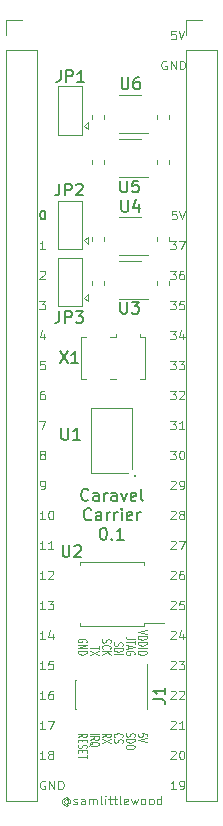
<source format=gbr>
%TF.GenerationSoftware,KiCad,Pcbnew,(5.1.7-0-10_14)*%
%TF.CreationDate,2020-11-23T16:09:30+00:00*%
%TF.ProjectId,carrier,63617272-6965-4722-9e6b-696361645f70,0.1*%
%TF.SameCoordinates,Original*%
%TF.FileFunction,Legend,Top*%
%TF.FilePolarity,Positive*%
%FSLAX46Y46*%
G04 Gerber Fmt 4.6, Leading zero omitted, Abs format (unit mm)*
G04 Created by KiCad (PCBNEW (5.1.7-0-10_14)) date 2020-11-23 16:09:30*
%MOMM*%
%LPD*%
G01*
G04 APERTURE LIST*
%ADD10C,0.100000*%
%ADD11C,0.150000*%
%ADD12C,0.120000*%
G04 APERTURE END LIST*
D10*
X73360714Y-47875000D02*
X73289285Y-47839285D01*
X73182142Y-47839285D01*
X73075000Y-47875000D01*
X73003571Y-47946428D01*
X72967857Y-48017857D01*
X72932142Y-48160714D01*
X72932142Y-48267857D01*
X72967857Y-48410714D01*
X73003571Y-48482142D01*
X73075000Y-48553571D01*
X73182142Y-48589285D01*
X73253571Y-48589285D01*
X73360714Y-48553571D01*
X73396428Y-48517857D01*
X73396428Y-48267857D01*
X73253571Y-48267857D01*
X73717857Y-48589285D02*
X73717857Y-47839285D01*
X74146428Y-48589285D01*
X74146428Y-47839285D01*
X74503571Y-48589285D02*
X74503571Y-47839285D01*
X74682142Y-47839285D01*
X74789285Y-47875000D01*
X74860714Y-47946428D01*
X74896428Y-48017857D01*
X74932142Y-48160714D01*
X74932142Y-48267857D01*
X74896428Y-48410714D01*
X74860714Y-48482142D01*
X74789285Y-48553571D01*
X74682142Y-48589285D01*
X74503571Y-48589285D01*
X74133571Y-45299285D02*
X73776428Y-45299285D01*
X73740714Y-45656428D01*
X73776428Y-45620714D01*
X73847857Y-45585000D01*
X74026428Y-45585000D01*
X74097857Y-45620714D01*
X74133571Y-45656428D01*
X74169285Y-45727857D01*
X74169285Y-45906428D01*
X74133571Y-45977857D01*
X74097857Y-46013571D01*
X74026428Y-46049285D01*
X73847857Y-46049285D01*
X73776428Y-46013571D01*
X73740714Y-45977857D01*
X74383571Y-45299285D02*
X74633571Y-46049285D01*
X74883571Y-45299285D01*
X65850714Y-105107761D02*
X66207857Y-104941095D01*
X65850714Y-104822047D02*
X66600714Y-104822047D01*
X66600714Y-105012523D01*
X66565000Y-105060142D01*
X66529285Y-105083952D01*
X66457857Y-105107761D01*
X66350714Y-105107761D01*
X66279285Y-105083952D01*
X66243571Y-105060142D01*
X66207857Y-105012523D01*
X66207857Y-104822047D01*
X66243571Y-105322047D02*
X66243571Y-105488714D01*
X65850714Y-105560142D02*
X65850714Y-105322047D01*
X66600714Y-105322047D01*
X66600714Y-105560142D01*
X65886428Y-105750619D02*
X65850714Y-105822047D01*
X65850714Y-105941095D01*
X65886428Y-105988714D01*
X65922142Y-106012523D01*
X65993571Y-106036333D01*
X66065000Y-106036333D01*
X66136428Y-106012523D01*
X66172142Y-105988714D01*
X66207857Y-105941095D01*
X66243571Y-105845857D01*
X66279285Y-105798238D01*
X66315000Y-105774428D01*
X66386428Y-105750619D01*
X66457857Y-105750619D01*
X66529285Y-105774428D01*
X66565000Y-105798238D01*
X66600714Y-105845857D01*
X66600714Y-105964904D01*
X66565000Y-106036333D01*
X66243571Y-106250619D02*
X66243571Y-106417285D01*
X65850714Y-106488714D02*
X65850714Y-106250619D01*
X66600714Y-106250619D01*
X66600714Y-106488714D01*
X66600714Y-106631571D02*
X66600714Y-106917285D01*
X65850714Y-106774428D02*
X66600714Y-106774428D01*
X66866714Y-104822047D02*
X67616714Y-104822047D01*
X66866714Y-105345857D02*
X67223857Y-105179190D01*
X66866714Y-105060142D02*
X67616714Y-105060142D01*
X67616714Y-105250619D01*
X67581000Y-105298238D01*
X67545285Y-105322047D01*
X67473857Y-105345857D01*
X67366714Y-105345857D01*
X67295285Y-105322047D01*
X67259571Y-105298238D01*
X67223857Y-105250619D01*
X67223857Y-105060142D01*
X66795285Y-105893476D02*
X66831000Y-105845857D01*
X66902428Y-105798238D01*
X67009571Y-105726809D01*
X67045285Y-105679190D01*
X67045285Y-105631571D01*
X66866714Y-105655380D02*
X66902428Y-105607761D01*
X66973857Y-105560142D01*
X67116714Y-105536333D01*
X67366714Y-105536333D01*
X67509571Y-105560142D01*
X67581000Y-105607761D01*
X67616714Y-105655380D01*
X67616714Y-105750619D01*
X67581000Y-105798238D01*
X67509571Y-105845857D01*
X67366714Y-105869666D01*
X67116714Y-105869666D01*
X66973857Y-105845857D01*
X66902428Y-105798238D01*
X66866714Y-105750619D01*
X66866714Y-105655380D01*
X67882714Y-105107761D02*
X68239857Y-104941095D01*
X67882714Y-104822047D02*
X68632714Y-104822047D01*
X68632714Y-105012523D01*
X68597000Y-105060142D01*
X68561285Y-105083952D01*
X68489857Y-105107761D01*
X68382714Y-105107761D01*
X68311285Y-105083952D01*
X68275571Y-105060142D01*
X68239857Y-105012523D01*
X68239857Y-104822047D01*
X68632714Y-105274428D02*
X67882714Y-105607761D01*
X68632714Y-105607761D02*
X67882714Y-105274428D01*
X68970142Y-105107761D02*
X68934428Y-105083952D01*
X68898714Y-105012523D01*
X68898714Y-104964904D01*
X68934428Y-104893476D01*
X69005857Y-104845857D01*
X69077285Y-104822047D01*
X69220142Y-104798238D01*
X69327285Y-104798238D01*
X69470142Y-104822047D01*
X69541571Y-104845857D01*
X69613000Y-104893476D01*
X69648714Y-104964904D01*
X69648714Y-105012523D01*
X69613000Y-105083952D01*
X69577285Y-105107761D01*
X68934428Y-105298238D02*
X68898714Y-105369666D01*
X68898714Y-105488714D01*
X68934428Y-105536333D01*
X68970142Y-105560142D01*
X69041571Y-105583952D01*
X69113000Y-105583952D01*
X69184428Y-105560142D01*
X69220142Y-105536333D01*
X69255857Y-105488714D01*
X69291571Y-105393476D01*
X69327285Y-105345857D01*
X69363000Y-105322047D01*
X69434428Y-105298238D01*
X69505857Y-105298238D01*
X69577285Y-105322047D01*
X69613000Y-105345857D01*
X69648714Y-105393476D01*
X69648714Y-105512523D01*
X69613000Y-105583952D01*
X69950428Y-104798238D02*
X69914714Y-104869666D01*
X69914714Y-104988714D01*
X69950428Y-105036333D01*
X69986142Y-105060142D01*
X70057571Y-105083952D01*
X70129000Y-105083952D01*
X70200428Y-105060142D01*
X70236142Y-105036333D01*
X70271857Y-104988714D01*
X70307571Y-104893476D01*
X70343285Y-104845857D01*
X70379000Y-104822047D01*
X70450428Y-104798238D01*
X70521857Y-104798238D01*
X70593285Y-104822047D01*
X70629000Y-104845857D01*
X70664714Y-104893476D01*
X70664714Y-105012523D01*
X70629000Y-105083952D01*
X69914714Y-105298238D02*
X70664714Y-105298238D01*
X70664714Y-105417285D01*
X70629000Y-105488714D01*
X70557571Y-105536333D01*
X70486142Y-105560142D01*
X70343285Y-105583952D01*
X70236142Y-105583952D01*
X70093285Y-105560142D01*
X70021857Y-105536333D01*
X69950428Y-105488714D01*
X69914714Y-105417285D01*
X69914714Y-105298238D01*
X70664714Y-105893476D02*
X70664714Y-105988714D01*
X70629000Y-106036333D01*
X70557571Y-106083952D01*
X70414714Y-106107761D01*
X70164714Y-106107761D01*
X70021857Y-106083952D01*
X69950428Y-106036333D01*
X69914714Y-105988714D01*
X69914714Y-105893476D01*
X69950428Y-105845857D01*
X70021857Y-105798238D01*
X70164714Y-105774428D01*
X70414714Y-105774428D01*
X70557571Y-105798238D01*
X70629000Y-105845857D01*
X70664714Y-105893476D01*
X71680714Y-105060142D02*
X71680714Y-104822047D01*
X71323571Y-104798238D01*
X71359285Y-104822047D01*
X71395000Y-104869666D01*
X71395000Y-104988714D01*
X71359285Y-105036333D01*
X71323571Y-105060142D01*
X71252142Y-105083952D01*
X71073571Y-105083952D01*
X71002142Y-105060142D01*
X70966428Y-105036333D01*
X70930714Y-104988714D01*
X70930714Y-104869666D01*
X70966428Y-104822047D01*
X71002142Y-104798238D01*
X71680714Y-105226809D02*
X70930714Y-105393476D01*
X71680714Y-105560142D01*
X67918428Y-96842047D02*
X67882714Y-96913476D01*
X67882714Y-97032523D01*
X67918428Y-97080142D01*
X67954142Y-97103952D01*
X68025571Y-97127761D01*
X68097000Y-97127761D01*
X68168428Y-97103952D01*
X68204142Y-97080142D01*
X68239857Y-97032523D01*
X68275571Y-96937285D01*
X68311285Y-96889666D01*
X68347000Y-96865857D01*
X68418428Y-96842047D01*
X68489857Y-96842047D01*
X68561285Y-96865857D01*
X68597000Y-96889666D01*
X68632714Y-96937285D01*
X68632714Y-97056333D01*
X68597000Y-97127761D01*
X67954142Y-97627761D02*
X67918428Y-97603952D01*
X67882714Y-97532523D01*
X67882714Y-97484904D01*
X67918428Y-97413476D01*
X67989857Y-97365857D01*
X68061285Y-97342047D01*
X68204142Y-97318238D01*
X68311285Y-97318238D01*
X68454142Y-97342047D01*
X68525571Y-97365857D01*
X68597000Y-97413476D01*
X68632714Y-97484904D01*
X68632714Y-97532523D01*
X68597000Y-97603952D01*
X68561285Y-97627761D01*
X67882714Y-97842047D02*
X68632714Y-97842047D01*
X67882714Y-98127761D02*
X68311285Y-97913476D01*
X68632714Y-98127761D02*
X68204142Y-97842047D01*
X67616714Y-97413476D02*
X67616714Y-97699190D01*
X66866714Y-97556333D02*
X67616714Y-97556333D01*
X67616714Y-97818238D02*
X66866714Y-98151571D01*
X67616714Y-98151571D02*
X66866714Y-97818238D01*
X71680714Y-96080142D02*
X70930714Y-96246809D01*
X71680714Y-96413476D01*
X70930714Y-96580142D02*
X71680714Y-96580142D01*
X71680714Y-96699190D01*
X71645000Y-96770619D01*
X71573571Y-96818238D01*
X71502142Y-96842047D01*
X71359285Y-96865857D01*
X71252142Y-96865857D01*
X71109285Y-96842047D01*
X71037857Y-96818238D01*
X70966428Y-96770619D01*
X70930714Y-96699190D01*
X70930714Y-96580142D01*
X70930714Y-97080142D02*
X71680714Y-97080142D01*
X71680714Y-97199190D01*
X71645000Y-97270619D01*
X71573571Y-97318238D01*
X71502142Y-97342047D01*
X71359285Y-97365857D01*
X71252142Y-97365857D01*
X71109285Y-97342047D01*
X71037857Y-97318238D01*
X70966428Y-97270619D01*
X70930714Y-97199190D01*
X70930714Y-97080142D01*
X70930714Y-97580142D02*
X71680714Y-97580142D01*
X71680714Y-97913476D02*
X71680714Y-98008714D01*
X71645000Y-98056333D01*
X71573571Y-98103952D01*
X71430714Y-98127761D01*
X71180714Y-98127761D01*
X71037857Y-98103952D01*
X70966428Y-98056333D01*
X70930714Y-98008714D01*
X70930714Y-97913476D01*
X70966428Y-97865857D01*
X71037857Y-97818238D01*
X71180714Y-97794428D01*
X71430714Y-97794428D01*
X71573571Y-97818238D01*
X71645000Y-97865857D01*
X71680714Y-97913476D01*
X70664714Y-96794428D02*
X70129000Y-96794428D01*
X70021857Y-96770619D01*
X69950428Y-96723000D01*
X69914714Y-96651571D01*
X69914714Y-96603952D01*
X70664714Y-96961095D02*
X70664714Y-97246809D01*
X69914714Y-97103952D02*
X70664714Y-97103952D01*
X70129000Y-97389666D02*
X70129000Y-97627761D01*
X69914714Y-97342047D02*
X70664714Y-97508714D01*
X69914714Y-97675380D01*
X70629000Y-98103952D02*
X70664714Y-98056333D01*
X70664714Y-97984904D01*
X70629000Y-97913476D01*
X70557571Y-97865857D01*
X70486142Y-97842047D01*
X70343285Y-97818238D01*
X70236142Y-97818238D01*
X70093285Y-97842047D01*
X70021857Y-97865857D01*
X69950428Y-97913476D01*
X69914714Y-97984904D01*
X69914714Y-98032523D01*
X69950428Y-98103952D01*
X69986142Y-98127761D01*
X70236142Y-98127761D01*
X70236142Y-98032523D01*
X68934428Y-97103952D02*
X68898714Y-97175380D01*
X68898714Y-97294428D01*
X68934428Y-97342047D01*
X68970142Y-97365857D01*
X69041571Y-97389666D01*
X69113000Y-97389666D01*
X69184428Y-97365857D01*
X69220142Y-97342047D01*
X69255857Y-97294428D01*
X69291571Y-97199190D01*
X69327285Y-97151571D01*
X69363000Y-97127761D01*
X69434428Y-97103952D01*
X69505857Y-97103952D01*
X69577285Y-97127761D01*
X69613000Y-97151571D01*
X69648714Y-97199190D01*
X69648714Y-97318238D01*
X69613000Y-97389666D01*
X68898714Y-97603952D02*
X69648714Y-97603952D01*
X69648714Y-97723000D01*
X69613000Y-97794428D01*
X69541571Y-97842047D01*
X69470142Y-97865857D01*
X69327285Y-97889666D01*
X69220142Y-97889666D01*
X69077285Y-97865857D01*
X69005857Y-97842047D01*
X68934428Y-97794428D01*
X68898714Y-97723000D01*
X68898714Y-97603952D01*
X68898714Y-98103952D02*
X69648714Y-98103952D01*
X66565000Y-97080142D02*
X66600714Y-97032523D01*
X66600714Y-96961095D01*
X66565000Y-96889666D01*
X66493571Y-96842047D01*
X66422142Y-96818238D01*
X66279285Y-96794428D01*
X66172142Y-96794428D01*
X66029285Y-96818238D01*
X65957857Y-96842047D01*
X65886428Y-96889666D01*
X65850714Y-96961095D01*
X65850714Y-97008714D01*
X65886428Y-97080142D01*
X65922142Y-97103952D01*
X66172142Y-97103952D01*
X66172142Y-97008714D01*
X65850714Y-97318238D02*
X66600714Y-97318238D01*
X65850714Y-97603952D01*
X66600714Y-97603952D01*
X65850714Y-97842047D02*
X66600714Y-97842047D01*
X66600714Y-97961095D01*
X66565000Y-98032523D01*
X66493571Y-98080142D01*
X66422142Y-98103952D01*
X66279285Y-98127761D01*
X66172142Y-98127761D01*
X66029285Y-98103952D01*
X65957857Y-98080142D01*
X65886428Y-98032523D01*
X65850714Y-97961095D01*
X65850714Y-97842047D01*
X65015714Y-110462142D02*
X64980000Y-110426428D01*
X64908571Y-110390714D01*
X64837142Y-110390714D01*
X64765714Y-110426428D01*
X64730000Y-110462142D01*
X64694285Y-110533571D01*
X64694285Y-110605000D01*
X64730000Y-110676428D01*
X64765714Y-110712142D01*
X64837142Y-110747857D01*
X64908571Y-110747857D01*
X64980000Y-110712142D01*
X65015714Y-110676428D01*
X65015714Y-110390714D02*
X65015714Y-110676428D01*
X65051428Y-110712142D01*
X65087142Y-110712142D01*
X65158571Y-110676428D01*
X65194285Y-110605000D01*
X65194285Y-110426428D01*
X65122857Y-110319285D01*
X65015714Y-110247857D01*
X64872857Y-110212142D01*
X64730000Y-110247857D01*
X64622857Y-110319285D01*
X64551428Y-110426428D01*
X64515714Y-110569285D01*
X64551428Y-110712142D01*
X64622857Y-110819285D01*
X64730000Y-110890714D01*
X64872857Y-110926428D01*
X65015714Y-110890714D01*
X65122857Y-110819285D01*
X65480000Y-110783571D02*
X65551428Y-110819285D01*
X65694285Y-110819285D01*
X65765714Y-110783571D01*
X65801428Y-110712142D01*
X65801428Y-110676428D01*
X65765714Y-110605000D01*
X65694285Y-110569285D01*
X65587142Y-110569285D01*
X65515714Y-110533571D01*
X65480000Y-110462142D01*
X65480000Y-110426428D01*
X65515714Y-110355000D01*
X65587142Y-110319285D01*
X65694285Y-110319285D01*
X65765714Y-110355000D01*
X66444285Y-110819285D02*
X66444285Y-110426428D01*
X66408571Y-110355000D01*
X66337142Y-110319285D01*
X66194285Y-110319285D01*
X66122857Y-110355000D01*
X66444285Y-110783571D02*
X66372857Y-110819285D01*
X66194285Y-110819285D01*
X66122857Y-110783571D01*
X66087142Y-110712142D01*
X66087142Y-110640714D01*
X66122857Y-110569285D01*
X66194285Y-110533571D01*
X66372857Y-110533571D01*
X66444285Y-110497857D01*
X66801428Y-110819285D02*
X66801428Y-110319285D01*
X66801428Y-110390714D02*
X66837142Y-110355000D01*
X66908571Y-110319285D01*
X67015714Y-110319285D01*
X67087142Y-110355000D01*
X67122857Y-110426428D01*
X67122857Y-110819285D01*
X67122857Y-110426428D02*
X67158571Y-110355000D01*
X67230000Y-110319285D01*
X67337142Y-110319285D01*
X67408571Y-110355000D01*
X67444285Y-110426428D01*
X67444285Y-110819285D01*
X67908571Y-110819285D02*
X67837142Y-110783571D01*
X67801428Y-110712142D01*
X67801428Y-110069285D01*
X68194285Y-110819285D02*
X68194285Y-110319285D01*
X68194285Y-110069285D02*
X68158571Y-110105000D01*
X68194285Y-110140714D01*
X68230000Y-110105000D01*
X68194285Y-110069285D01*
X68194285Y-110140714D01*
X68444285Y-110319285D02*
X68730000Y-110319285D01*
X68551428Y-110069285D02*
X68551428Y-110712142D01*
X68587142Y-110783571D01*
X68658571Y-110819285D01*
X68730000Y-110819285D01*
X68872857Y-110319285D02*
X69158571Y-110319285D01*
X68980000Y-110069285D02*
X68980000Y-110712142D01*
X69015714Y-110783571D01*
X69087142Y-110819285D01*
X69158571Y-110819285D01*
X69515714Y-110819285D02*
X69444285Y-110783571D01*
X69408571Y-110712142D01*
X69408571Y-110069285D01*
X70087142Y-110783571D02*
X70015714Y-110819285D01*
X69872857Y-110819285D01*
X69801428Y-110783571D01*
X69765714Y-110712142D01*
X69765714Y-110426428D01*
X69801428Y-110355000D01*
X69872857Y-110319285D01*
X70015714Y-110319285D01*
X70087142Y-110355000D01*
X70122857Y-110426428D01*
X70122857Y-110497857D01*
X69765714Y-110569285D01*
X70372857Y-110319285D02*
X70515714Y-110819285D01*
X70658571Y-110462142D01*
X70801428Y-110819285D01*
X70944285Y-110319285D01*
X71337142Y-110819285D02*
X71265714Y-110783571D01*
X71230000Y-110747857D01*
X71194285Y-110676428D01*
X71194285Y-110462142D01*
X71230000Y-110390714D01*
X71265714Y-110355000D01*
X71337142Y-110319285D01*
X71444285Y-110319285D01*
X71515714Y-110355000D01*
X71551428Y-110390714D01*
X71587142Y-110462142D01*
X71587142Y-110676428D01*
X71551428Y-110747857D01*
X71515714Y-110783571D01*
X71444285Y-110819285D01*
X71337142Y-110819285D01*
X72015714Y-110819285D02*
X71944285Y-110783571D01*
X71908571Y-110747857D01*
X71872857Y-110676428D01*
X71872857Y-110462142D01*
X71908571Y-110390714D01*
X71944285Y-110355000D01*
X72015714Y-110319285D01*
X72122857Y-110319285D01*
X72194285Y-110355000D01*
X72230000Y-110390714D01*
X72265714Y-110462142D01*
X72265714Y-110676428D01*
X72230000Y-110747857D01*
X72194285Y-110783571D01*
X72122857Y-110819285D01*
X72015714Y-110819285D01*
X72908571Y-110819285D02*
X72908571Y-110069285D01*
X72908571Y-110783571D02*
X72837142Y-110819285D01*
X72694285Y-110819285D01*
X72622857Y-110783571D01*
X72587142Y-110747857D01*
X72551428Y-110676428D01*
X72551428Y-110462142D01*
X72587142Y-110390714D01*
X72622857Y-110355000D01*
X72694285Y-110319285D01*
X72837142Y-110319285D01*
X72908571Y-110355000D01*
D11*
X66753809Y-85007142D02*
X66706190Y-85054761D01*
X66563333Y-85102380D01*
X66468095Y-85102380D01*
X66325238Y-85054761D01*
X66230000Y-84959523D01*
X66182380Y-84864285D01*
X66134761Y-84673809D01*
X66134761Y-84530952D01*
X66182380Y-84340476D01*
X66230000Y-84245238D01*
X66325238Y-84150000D01*
X66468095Y-84102380D01*
X66563333Y-84102380D01*
X66706190Y-84150000D01*
X66753809Y-84197619D01*
X67610952Y-85102380D02*
X67610952Y-84578571D01*
X67563333Y-84483333D01*
X67468095Y-84435714D01*
X67277619Y-84435714D01*
X67182380Y-84483333D01*
X67610952Y-85054761D02*
X67515714Y-85102380D01*
X67277619Y-85102380D01*
X67182380Y-85054761D01*
X67134761Y-84959523D01*
X67134761Y-84864285D01*
X67182380Y-84769047D01*
X67277619Y-84721428D01*
X67515714Y-84721428D01*
X67610952Y-84673809D01*
X68087142Y-85102380D02*
X68087142Y-84435714D01*
X68087142Y-84626190D02*
X68134761Y-84530952D01*
X68182380Y-84483333D01*
X68277619Y-84435714D01*
X68372857Y-84435714D01*
X69134761Y-85102380D02*
X69134761Y-84578571D01*
X69087142Y-84483333D01*
X68991904Y-84435714D01*
X68801428Y-84435714D01*
X68706190Y-84483333D01*
X69134761Y-85054761D02*
X69039523Y-85102380D01*
X68801428Y-85102380D01*
X68706190Y-85054761D01*
X68658571Y-84959523D01*
X68658571Y-84864285D01*
X68706190Y-84769047D01*
X68801428Y-84721428D01*
X69039523Y-84721428D01*
X69134761Y-84673809D01*
X69515714Y-84435714D02*
X69753809Y-85102380D01*
X69991904Y-84435714D01*
X70753809Y-85054761D02*
X70658571Y-85102380D01*
X70468095Y-85102380D01*
X70372857Y-85054761D01*
X70325238Y-84959523D01*
X70325238Y-84578571D01*
X70372857Y-84483333D01*
X70468095Y-84435714D01*
X70658571Y-84435714D01*
X70753809Y-84483333D01*
X70801428Y-84578571D01*
X70801428Y-84673809D01*
X70325238Y-84769047D01*
X71372857Y-85102380D02*
X71277619Y-85054761D01*
X71230000Y-84959523D01*
X71230000Y-84102380D01*
X66991904Y-86657142D02*
X66944285Y-86704761D01*
X66801428Y-86752380D01*
X66706190Y-86752380D01*
X66563333Y-86704761D01*
X66468095Y-86609523D01*
X66420476Y-86514285D01*
X66372857Y-86323809D01*
X66372857Y-86180952D01*
X66420476Y-85990476D01*
X66468095Y-85895238D01*
X66563333Y-85800000D01*
X66706190Y-85752380D01*
X66801428Y-85752380D01*
X66944285Y-85800000D01*
X66991904Y-85847619D01*
X67849047Y-86752380D02*
X67849047Y-86228571D01*
X67801428Y-86133333D01*
X67706190Y-86085714D01*
X67515714Y-86085714D01*
X67420476Y-86133333D01*
X67849047Y-86704761D02*
X67753809Y-86752380D01*
X67515714Y-86752380D01*
X67420476Y-86704761D01*
X67372857Y-86609523D01*
X67372857Y-86514285D01*
X67420476Y-86419047D01*
X67515714Y-86371428D01*
X67753809Y-86371428D01*
X67849047Y-86323809D01*
X68325238Y-86752380D02*
X68325238Y-86085714D01*
X68325238Y-86276190D02*
X68372857Y-86180952D01*
X68420476Y-86133333D01*
X68515714Y-86085714D01*
X68610952Y-86085714D01*
X68944285Y-86752380D02*
X68944285Y-86085714D01*
X68944285Y-86276190D02*
X68991904Y-86180952D01*
X69039523Y-86133333D01*
X69134761Y-86085714D01*
X69230000Y-86085714D01*
X69563333Y-86752380D02*
X69563333Y-86085714D01*
X69563333Y-85752380D02*
X69515714Y-85800000D01*
X69563333Y-85847619D01*
X69610952Y-85800000D01*
X69563333Y-85752380D01*
X69563333Y-85847619D01*
X70420476Y-86704761D02*
X70325238Y-86752380D01*
X70134761Y-86752380D01*
X70039523Y-86704761D01*
X69991904Y-86609523D01*
X69991904Y-86228571D01*
X70039523Y-86133333D01*
X70134761Y-86085714D01*
X70325238Y-86085714D01*
X70420476Y-86133333D01*
X70468095Y-86228571D01*
X70468095Y-86323809D01*
X69991904Y-86419047D01*
X70896666Y-86752380D02*
X70896666Y-86085714D01*
X70896666Y-86276190D02*
X70944285Y-86180952D01*
X70991904Y-86133333D01*
X71087142Y-86085714D01*
X71182380Y-86085714D01*
X67968095Y-87402380D02*
X68063333Y-87402380D01*
X68158571Y-87450000D01*
X68206190Y-87497619D01*
X68253809Y-87592857D01*
X68301428Y-87783333D01*
X68301428Y-88021428D01*
X68253809Y-88211904D01*
X68206190Y-88307142D01*
X68158571Y-88354761D01*
X68063333Y-88402380D01*
X67968095Y-88402380D01*
X67872857Y-88354761D01*
X67825238Y-88307142D01*
X67777619Y-88211904D01*
X67730000Y-88021428D01*
X67730000Y-87783333D01*
X67777619Y-87592857D01*
X67825238Y-87497619D01*
X67872857Y-87450000D01*
X67968095Y-87402380D01*
X68730000Y-88307142D02*
X68777619Y-88354761D01*
X68730000Y-88402380D01*
X68682380Y-88354761D01*
X68730000Y-88307142D01*
X68730000Y-88402380D01*
X69730000Y-88402380D02*
X69158571Y-88402380D01*
X69444285Y-88402380D02*
X69444285Y-87402380D01*
X69349047Y-87545238D01*
X69253809Y-87640476D01*
X69158571Y-87688095D01*
D10*
X73693571Y-68159285D02*
X74157857Y-68159285D01*
X73907857Y-68445000D01*
X74015000Y-68445000D01*
X74086428Y-68480714D01*
X74122142Y-68516428D01*
X74157857Y-68587857D01*
X74157857Y-68766428D01*
X74122142Y-68837857D01*
X74086428Y-68873571D01*
X74015000Y-68909285D01*
X73800714Y-68909285D01*
X73729285Y-68873571D01*
X73693571Y-68837857D01*
X74836428Y-68159285D02*
X74479285Y-68159285D01*
X74443571Y-68516428D01*
X74479285Y-68480714D01*
X74550714Y-68445000D01*
X74729285Y-68445000D01*
X74800714Y-68480714D01*
X74836428Y-68516428D01*
X74872142Y-68587857D01*
X74872142Y-68766428D01*
X74836428Y-68837857D01*
X74800714Y-68873571D01*
X74729285Y-68909285D01*
X74550714Y-68909285D01*
X74479285Y-68873571D01*
X74443571Y-68837857D01*
X74193571Y-60539285D02*
X73836428Y-60539285D01*
X73800714Y-60896428D01*
X73836428Y-60860714D01*
X73907857Y-60825000D01*
X74086428Y-60825000D01*
X74157857Y-60860714D01*
X74193571Y-60896428D01*
X74229285Y-60967857D01*
X74229285Y-61146428D01*
X74193571Y-61217857D01*
X74157857Y-61253571D01*
X74086428Y-61289285D01*
X73907857Y-61289285D01*
X73836428Y-61253571D01*
X73800714Y-61217857D01*
X74443571Y-60539285D02*
X74693571Y-61289285D01*
X74943571Y-60539285D01*
X73693571Y-63079285D02*
X74157857Y-63079285D01*
X73907857Y-63365000D01*
X74015000Y-63365000D01*
X74086428Y-63400714D01*
X74122142Y-63436428D01*
X74157857Y-63507857D01*
X74157857Y-63686428D01*
X74122142Y-63757857D01*
X74086428Y-63793571D01*
X74015000Y-63829285D01*
X73800714Y-63829285D01*
X73729285Y-63793571D01*
X73693571Y-63757857D01*
X74407857Y-63079285D02*
X74907857Y-63079285D01*
X74586428Y-63829285D01*
X73693571Y-65619285D02*
X74157857Y-65619285D01*
X73907857Y-65905000D01*
X74015000Y-65905000D01*
X74086428Y-65940714D01*
X74122142Y-65976428D01*
X74157857Y-66047857D01*
X74157857Y-66226428D01*
X74122142Y-66297857D01*
X74086428Y-66333571D01*
X74015000Y-66369285D01*
X73800714Y-66369285D01*
X73729285Y-66333571D01*
X73693571Y-66297857D01*
X74800714Y-65619285D02*
X74657857Y-65619285D01*
X74586428Y-65655000D01*
X74550714Y-65690714D01*
X74479285Y-65797857D01*
X74443571Y-65940714D01*
X74443571Y-66226428D01*
X74479285Y-66297857D01*
X74515000Y-66333571D01*
X74586428Y-66369285D01*
X74729285Y-66369285D01*
X74800714Y-66333571D01*
X74836428Y-66297857D01*
X74872142Y-66226428D01*
X74872142Y-66047857D01*
X74836428Y-65976428D01*
X74800714Y-65940714D01*
X74729285Y-65905000D01*
X74586428Y-65905000D01*
X74515000Y-65940714D01*
X74479285Y-65976428D01*
X74443571Y-66047857D01*
X73693571Y-70699285D02*
X74157857Y-70699285D01*
X73907857Y-70985000D01*
X74015000Y-70985000D01*
X74086428Y-71020714D01*
X74122142Y-71056428D01*
X74157857Y-71127857D01*
X74157857Y-71306428D01*
X74122142Y-71377857D01*
X74086428Y-71413571D01*
X74015000Y-71449285D01*
X73800714Y-71449285D01*
X73729285Y-71413571D01*
X73693571Y-71377857D01*
X74800714Y-70949285D02*
X74800714Y-71449285D01*
X74622142Y-70663571D02*
X74443571Y-71199285D01*
X74907857Y-71199285D01*
X73693571Y-73239285D02*
X74157857Y-73239285D01*
X73907857Y-73525000D01*
X74015000Y-73525000D01*
X74086428Y-73560714D01*
X74122142Y-73596428D01*
X74157857Y-73667857D01*
X74157857Y-73846428D01*
X74122142Y-73917857D01*
X74086428Y-73953571D01*
X74015000Y-73989285D01*
X73800714Y-73989285D01*
X73729285Y-73953571D01*
X73693571Y-73917857D01*
X74407857Y-73239285D02*
X74872142Y-73239285D01*
X74622142Y-73525000D01*
X74729285Y-73525000D01*
X74800714Y-73560714D01*
X74836428Y-73596428D01*
X74872142Y-73667857D01*
X74872142Y-73846428D01*
X74836428Y-73917857D01*
X74800714Y-73953571D01*
X74729285Y-73989285D01*
X74515000Y-73989285D01*
X74443571Y-73953571D01*
X74407857Y-73917857D01*
X73693571Y-75779285D02*
X74157857Y-75779285D01*
X73907857Y-76065000D01*
X74015000Y-76065000D01*
X74086428Y-76100714D01*
X74122142Y-76136428D01*
X74157857Y-76207857D01*
X74157857Y-76386428D01*
X74122142Y-76457857D01*
X74086428Y-76493571D01*
X74015000Y-76529285D01*
X73800714Y-76529285D01*
X73729285Y-76493571D01*
X73693571Y-76457857D01*
X74443571Y-75850714D02*
X74479285Y-75815000D01*
X74550714Y-75779285D01*
X74729285Y-75779285D01*
X74800714Y-75815000D01*
X74836428Y-75850714D01*
X74872142Y-75922142D01*
X74872142Y-75993571D01*
X74836428Y-76100714D01*
X74407857Y-76529285D01*
X74872142Y-76529285D01*
X73693571Y-78319285D02*
X74157857Y-78319285D01*
X73907857Y-78605000D01*
X74015000Y-78605000D01*
X74086428Y-78640714D01*
X74122142Y-78676428D01*
X74157857Y-78747857D01*
X74157857Y-78926428D01*
X74122142Y-78997857D01*
X74086428Y-79033571D01*
X74015000Y-79069285D01*
X73800714Y-79069285D01*
X73729285Y-79033571D01*
X73693571Y-78997857D01*
X74872142Y-79069285D02*
X74443571Y-79069285D01*
X74657857Y-79069285D02*
X74657857Y-78319285D01*
X74586428Y-78426428D01*
X74515000Y-78497857D01*
X74443571Y-78533571D01*
X73693571Y-80859285D02*
X74157857Y-80859285D01*
X73907857Y-81145000D01*
X74015000Y-81145000D01*
X74086428Y-81180714D01*
X74122142Y-81216428D01*
X74157857Y-81287857D01*
X74157857Y-81466428D01*
X74122142Y-81537857D01*
X74086428Y-81573571D01*
X74015000Y-81609285D01*
X73800714Y-81609285D01*
X73729285Y-81573571D01*
X73693571Y-81537857D01*
X74622142Y-80859285D02*
X74693571Y-80859285D01*
X74765000Y-80895000D01*
X74800714Y-80930714D01*
X74836428Y-81002142D01*
X74872142Y-81145000D01*
X74872142Y-81323571D01*
X74836428Y-81466428D01*
X74800714Y-81537857D01*
X74765000Y-81573571D01*
X74693571Y-81609285D01*
X74622142Y-81609285D01*
X74550714Y-81573571D01*
X74515000Y-81537857D01*
X74479285Y-81466428D01*
X74443571Y-81323571D01*
X74443571Y-81145000D01*
X74479285Y-81002142D01*
X74515000Y-80930714D01*
X74550714Y-80895000D01*
X74622142Y-80859285D01*
X73729285Y-83470714D02*
X73765000Y-83435000D01*
X73836428Y-83399285D01*
X74015000Y-83399285D01*
X74086428Y-83435000D01*
X74122142Y-83470714D01*
X74157857Y-83542142D01*
X74157857Y-83613571D01*
X74122142Y-83720714D01*
X73693571Y-84149285D01*
X74157857Y-84149285D01*
X74515000Y-84149285D02*
X74657857Y-84149285D01*
X74729285Y-84113571D01*
X74765000Y-84077857D01*
X74836428Y-83970714D01*
X74872142Y-83827857D01*
X74872142Y-83542142D01*
X74836428Y-83470714D01*
X74800714Y-83435000D01*
X74729285Y-83399285D01*
X74586428Y-83399285D01*
X74515000Y-83435000D01*
X74479285Y-83470714D01*
X74443571Y-83542142D01*
X74443571Y-83720714D01*
X74479285Y-83792142D01*
X74515000Y-83827857D01*
X74586428Y-83863571D01*
X74729285Y-83863571D01*
X74800714Y-83827857D01*
X74836428Y-83792142D01*
X74872142Y-83720714D01*
X73729285Y-86010714D02*
X73765000Y-85975000D01*
X73836428Y-85939285D01*
X74015000Y-85939285D01*
X74086428Y-85975000D01*
X74122142Y-86010714D01*
X74157857Y-86082142D01*
X74157857Y-86153571D01*
X74122142Y-86260714D01*
X73693571Y-86689285D01*
X74157857Y-86689285D01*
X74586428Y-86260714D02*
X74515000Y-86225000D01*
X74479285Y-86189285D01*
X74443571Y-86117857D01*
X74443571Y-86082142D01*
X74479285Y-86010714D01*
X74515000Y-85975000D01*
X74586428Y-85939285D01*
X74729285Y-85939285D01*
X74800714Y-85975000D01*
X74836428Y-86010714D01*
X74872142Y-86082142D01*
X74872142Y-86117857D01*
X74836428Y-86189285D01*
X74800714Y-86225000D01*
X74729285Y-86260714D01*
X74586428Y-86260714D01*
X74515000Y-86296428D01*
X74479285Y-86332142D01*
X74443571Y-86403571D01*
X74443571Y-86546428D01*
X74479285Y-86617857D01*
X74515000Y-86653571D01*
X74586428Y-86689285D01*
X74729285Y-86689285D01*
X74800714Y-86653571D01*
X74836428Y-86617857D01*
X74872142Y-86546428D01*
X74872142Y-86403571D01*
X74836428Y-86332142D01*
X74800714Y-86296428D01*
X74729285Y-86260714D01*
X73729285Y-88550714D02*
X73765000Y-88515000D01*
X73836428Y-88479285D01*
X74015000Y-88479285D01*
X74086428Y-88515000D01*
X74122142Y-88550714D01*
X74157857Y-88622142D01*
X74157857Y-88693571D01*
X74122142Y-88800714D01*
X73693571Y-89229285D01*
X74157857Y-89229285D01*
X74407857Y-88479285D02*
X74907857Y-88479285D01*
X74586428Y-89229285D01*
X73729285Y-91090714D02*
X73765000Y-91055000D01*
X73836428Y-91019285D01*
X74015000Y-91019285D01*
X74086428Y-91055000D01*
X74122142Y-91090714D01*
X74157857Y-91162142D01*
X74157857Y-91233571D01*
X74122142Y-91340714D01*
X73693571Y-91769285D01*
X74157857Y-91769285D01*
X74800714Y-91019285D02*
X74657857Y-91019285D01*
X74586428Y-91055000D01*
X74550714Y-91090714D01*
X74479285Y-91197857D01*
X74443571Y-91340714D01*
X74443571Y-91626428D01*
X74479285Y-91697857D01*
X74515000Y-91733571D01*
X74586428Y-91769285D01*
X74729285Y-91769285D01*
X74800714Y-91733571D01*
X74836428Y-91697857D01*
X74872142Y-91626428D01*
X74872142Y-91447857D01*
X74836428Y-91376428D01*
X74800714Y-91340714D01*
X74729285Y-91305000D01*
X74586428Y-91305000D01*
X74515000Y-91340714D01*
X74479285Y-91376428D01*
X74443571Y-91447857D01*
X73729285Y-93630714D02*
X73765000Y-93595000D01*
X73836428Y-93559285D01*
X74015000Y-93559285D01*
X74086428Y-93595000D01*
X74122142Y-93630714D01*
X74157857Y-93702142D01*
X74157857Y-93773571D01*
X74122142Y-93880714D01*
X73693571Y-94309285D01*
X74157857Y-94309285D01*
X74836428Y-93559285D02*
X74479285Y-93559285D01*
X74443571Y-93916428D01*
X74479285Y-93880714D01*
X74550714Y-93845000D01*
X74729285Y-93845000D01*
X74800714Y-93880714D01*
X74836428Y-93916428D01*
X74872142Y-93987857D01*
X74872142Y-94166428D01*
X74836428Y-94237857D01*
X74800714Y-94273571D01*
X74729285Y-94309285D01*
X74550714Y-94309285D01*
X74479285Y-94273571D01*
X74443571Y-94237857D01*
X73729285Y-96170714D02*
X73765000Y-96135000D01*
X73836428Y-96099285D01*
X74015000Y-96099285D01*
X74086428Y-96135000D01*
X74122142Y-96170714D01*
X74157857Y-96242142D01*
X74157857Y-96313571D01*
X74122142Y-96420714D01*
X73693571Y-96849285D01*
X74157857Y-96849285D01*
X74800714Y-96349285D02*
X74800714Y-96849285D01*
X74622142Y-96063571D02*
X74443571Y-96599285D01*
X74907857Y-96599285D01*
X73729285Y-98710714D02*
X73765000Y-98675000D01*
X73836428Y-98639285D01*
X74015000Y-98639285D01*
X74086428Y-98675000D01*
X74122142Y-98710714D01*
X74157857Y-98782142D01*
X74157857Y-98853571D01*
X74122142Y-98960714D01*
X73693571Y-99389285D01*
X74157857Y-99389285D01*
X74407857Y-98639285D02*
X74872142Y-98639285D01*
X74622142Y-98925000D01*
X74729285Y-98925000D01*
X74800714Y-98960714D01*
X74836428Y-98996428D01*
X74872142Y-99067857D01*
X74872142Y-99246428D01*
X74836428Y-99317857D01*
X74800714Y-99353571D01*
X74729285Y-99389285D01*
X74515000Y-99389285D01*
X74443571Y-99353571D01*
X74407857Y-99317857D01*
X73729285Y-101250714D02*
X73765000Y-101215000D01*
X73836428Y-101179285D01*
X74015000Y-101179285D01*
X74086428Y-101215000D01*
X74122142Y-101250714D01*
X74157857Y-101322142D01*
X74157857Y-101393571D01*
X74122142Y-101500714D01*
X73693571Y-101929285D01*
X74157857Y-101929285D01*
X74443571Y-101250714D02*
X74479285Y-101215000D01*
X74550714Y-101179285D01*
X74729285Y-101179285D01*
X74800714Y-101215000D01*
X74836428Y-101250714D01*
X74872142Y-101322142D01*
X74872142Y-101393571D01*
X74836428Y-101500714D01*
X74407857Y-101929285D01*
X74872142Y-101929285D01*
X73729285Y-103790714D02*
X73765000Y-103755000D01*
X73836428Y-103719285D01*
X74015000Y-103719285D01*
X74086428Y-103755000D01*
X74122142Y-103790714D01*
X74157857Y-103862142D01*
X74157857Y-103933571D01*
X74122142Y-104040714D01*
X73693571Y-104469285D01*
X74157857Y-104469285D01*
X74872142Y-104469285D02*
X74443571Y-104469285D01*
X74657857Y-104469285D02*
X74657857Y-103719285D01*
X74586428Y-103826428D01*
X74515000Y-103897857D01*
X74443571Y-103933571D01*
X73729285Y-106330714D02*
X73765000Y-106295000D01*
X73836428Y-106259285D01*
X74015000Y-106259285D01*
X74086428Y-106295000D01*
X74122142Y-106330714D01*
X74157857Y-106402142D01*
X74157857Y-106473571D01*
X74122142Y-106580714D01*
X73693571Y-107009285D01*
X74157857Y-107009285D01*
X74622142Y-106259285D02*
X74693571Y-106259285D01*
X74765000Y-106295000D01*
X74800714Y-106330714D01*
X74836428Y-106402142D01*
X74872142Y-106545000D01*
X74872142Y-106723571D01*
X74836428Y-106866428D01*
X74800714Y-106937857D01*
X74765000Y-106973571D01*
X74693571Y-107009285D01*
X74622142Y-107009285D01*
X74550714Y-106973571D01*
X74515000Y-106937857D01*
X74479285Y-106866428D01*
X74443571Y-106723571D01*
X74443571Y-106545000D01*
X74479285Y-106402142D01*
X74515000Y-106330714D01*
X74550714Y-106295000D01*
X74622142Y-106259285D01*
X74157857Y-109549285D02*
X73729285Y-109549285D01*
X73943571Y-109549285D02*
X73943571Y-108799285D01*
X73872142Y-108906428D01*
X73800714Y-108977857D01*
X73729285Y-109013571D01*
X74515000Y-109549285D02*
X74657857Y-109549285D01*
X74729285Y-109513571D01*
X74765000Y-109477857D01*
X74836428Y-109370714D01*
X74872142Y-109227857D01*
X74872142Y-108942142D01*
X74836428Y-108870714D01*
X74800714Y-108835000D01*
X74729285Y-108799285D01*
X74586428Y-108799285D01*
X74515000Y-108835000D01*
X74479285Y-108870714D01*
X74443571Y-108942142D01*
X74443571Y-109120714D01*
X74479285Y-109192142D01*
X74515000Y-109227857D01*
X74586428Y-109263571D01*
X74729285Y-109263571D01*
X74800714Y-109227857D01*
X74836428Y-109192142D01*
X74872142Y-109120714D01*
D11*
X62858928Y-60539285D02*
X62930357Y-60539285D01*
X63001785Y-60575000D01*
X63037500Y-60610714D01*
X63073214Y-60682142D01*
X63108928Y-60825000D01*
X63108928Y-61003571D01*
X63073214Y-61146428D01*
X63037500Y-61217857D01*
X63001785Y-61253571D01*
X62930357Y-61289285D01*
X62858928Y-61289285D01*
X62787500Y-61253571D01*
X62751785Y-61217857D01*
X62716071Y-61146428D01*
X62680357Y-61003571D01*
X62680357Y-60825000D01*
X62716071Y-60682142D01*
X62751785Y-60610714D01*
X62787500Y-60575000D01*
X62858928Y-60539285D01*
D10*
X63076428Y-63829285D02*
X62647857Y-63829285D01*
X62862142Y-63829285D02*
X62862142Y-63079285D01*
X62790714Y-63186428D01*
X62719285Y-63257857D01*
X62647857Y-63293571D01*
X62647857Y-65690714D02*
X62683571Y-65655000D01*
X62755000Y-65619285D01*
X62933571Y-65619285D01*
X63005000Y-65655000D01*
X63040714Y-65690714D01*
X63076428Y-65762142D01*
X63076428Y-65833571D01*
X63040714Y-65940714D01*
X62612142Y-66369285D01*
X63076428Y-66369285D01*
X62612142Y-68159285D02*
X63076428Y-68159285D01*
X62826428Y-68445000D01*
X62933571Y-68445000D01*
X63005000Y-68480714D01*
X63040714Y-68516428D01*
X63076428Y-68587857D01*
X63076428Y-68766428D01*
X63040714Y-68837857D01*
X63005000Y-68873571D01*
X62933571Y-68909285D01*
X62719285Y-68909285D01*
X62647857Y-68873571D01*
X62612142Y-68837857D01*
X63005000Y-70949285D02*
X63005000Y-71449285D01*
X62826428Y-70663571D02*
X62647857Y-71199285D01*
X63112142Y-71199285D01*
X63040714Y-73239285D02*
X62683571Y-73239285D01*
X62647857Y-73596428D01*
X62683571Y-73560714D01*
X62755000Y-73525000D01*
X62933571Y-73525000D01*
X63005000Y-73560714D01*
X63040714Y-73596428D01*
X63076428Y-73667857D01*
X63076428Y-73846428D01*
X63040714Y-73917857D01*
X63005000Y-73953571D01*
X62933571Y-73989285D01*
X62755000Y-73989285D01*
X62683571Y-73953571D01*
X62647857Y-73917857D01*
X63005000Y-75779285D02*
X62862142Y-75779285D01*
X62790714Y-75815000D01*
X62755000Y-75850714D01*
X62683571Y-75957857D01*
X62647857Y-76100714D01*
X62647857Y-76386428D01*
X62683571Y-76457857D01*
X62719285Y-76493571D01*
X62790714Y-76529285D01*
X62933571Y-76529285D01*
X63005000Y-76493571D01*
X63040714Y-76457857D01*
X63076428Y-76386428D01*
X63076428Y-76207857D01*
X63040714Y-76136428D01*
X63005000Y-76100714D01*
X62933571Y-76065000D01*
X62790714Y-76065000D01*
X62719285Y-76100714D01*
X62683571Y-76136428D01*
X62647857Y-76207857D01*
X62612142Y-78319285D02*
X63112142Y-78319285D01*
X62790714Y-79069285D01*
X62790714Y-81180714D02*
X62719285Y-81145000D01*
X62683571Y-81109285D01*
X62647857Y-81037857D01*
X62647857Y-81002142D01*
X62683571Y-80930714D01*
X62719285Y-80895000D01*
X62790714Y-80859285D01*
X62933571Y-80859285D01*
X63005000Y-80895000D01*
X63040714Y-80930714D01*
X63076428Y-81002142D01*
X63076428Y-81037857D01*
X63040714Y-81109285D01*
X63005000Y-81145000D01*
X62933571Y-81180714D01*
X62790714Y-81180714D01*
X62719285Y-81216428D01*
X62683571Y-81252142D01*
X62647857Y-81323571D01*
X62647857Y-81466428D01*
X62683571Y-81537857D01*
X62719285Y-81573571D01*
X62790714Y-81609285D01*
X62933571Y-81609285D01*
X63005000Y-81573571D01*
X63040714Y-81537857D01*
X63076428Y-81466428D01*
X63076428Y-81323571D01*
X63040714Y-81252142D01*
X63005000Y-81216428D01*
X62933571Y-81180714D01*
X62719285Y-84149285D02*
X62862142Y-84149285D01*
X62933571Y-84113571D01*
X62969285Y-84077857D01*
X63040714Y-83970714D01*
X63076428Y-83827857D01*
X63076428Y-83542142D01*
X63040714Y-83470714D01*
X63005000Y-83435000D01*
X62933571Y-83399285D01*
X62790714Y-83399285D01*
X62719285Y-83435000D01*
X62683571Y-83470714D01*
X62647857Y-83542142D01*
X62647857Y-83720714D01*
X62683571Y-83792142D01*
X62719285Y-83827857D01*
X62790714Y-83863571D01*
X62933571Y-83863571D01*
X63005000Y-83827857D01*
X63040714Y-83792142D01*
X63076428Y-83720714D01*
X63076428Y-86689285D02*
X62647857Y-86689285D01*
X62862142Y-86689285D02*
X62862142Y-85939285D01*
X62790714Y-86046428D01*
X62719285Y-86117857D01*
X62647857Y-86153571D01*
X63540714Y-85939285D02*
X63612142Y-85939285D01*
X63683571Y-85975000D01*
X63719285Y-86010714D01*
X63755000Y-86082142D01*
X63790714Y-86225000D01*
X63790714Y-86403571D01*
X63755000Y-86546428D01*
X63719285Y-86617857D01*
X63683571Y-86653571D01*
X63612142Y-86689285D01*
X63540714Y-86689285D01*
X63469285Y-86653571D01*
X63433571Y-86617857D01*
X63397857Y-86546428D01*
X63362142Y-86403571D01*
X63362142Y-86225000D01*
X63397857Y-86082142D01*
X63433571Y-86010714D01*
X63469285Y-85975000D01*
X63540714Y-85939285D01*
X63076428Y-89229285D02*
X62647857Y-89229285D01*
X62862142Y-89229285D02*
X62862142Y-88479285D01*
X62790714Y-88586428D01*
X62719285Y-88657857D01*
X62647857Y-88693571D01*
X63790714Y-89229285D02*
X63362142Y-89229285D01*
X63576428Y-89229285D02*
X63576428Y-88479285D01*
X63505000Y-88586428D01*
X63433571Y-88657857D01*
X63362142Y-88693571D01*
X63076428Y-91769285D02*
X62647857Y-91769285D01*
X62862142Y-91769285D02*
X62862142Y-91019285D01*
X62790714Y-91126428D01*
X62719285Y-91197857D01*
X62647857Y-91233571D01*
X63362142Y-91090714D02*
X63397857Y-91055000D01*
X63469285Y-91019285D01*
X63647857Y-91019285D01*
X63719285Y-91055000D01*
X63755000Y-91090714D01*
X63790714Y-91162142D01*
X63790714Y-91233571D01*
X63755000Y-91340714D01*
X63326428Y-91769285D01*
X63790714Y-91769285D01*
X63076428Y-94309285D02*
X62647857Y-94309285D01*
X62862142Y-94309285D02*
X62862142Y-93559285D01*
X62790714Y-93666428D01*
X62719285Y-93737857D01*
X62647857Y-93773571D01*
X63326428Y-93559285D02*
X63790714Y-93559285D01*
X63540714Y-93845000D01*
X63647857Y-93845000D01*
X63719285Y-93880714D01*
X63755000Y-93916428D01*
X63790714Y-93987857D01*
X63790714Y-94166428D01*
X63755000Y-94237857D01*
X63719285Y-94273571D01*
X63647857Y-94309285D01*
X63433571Y-94309285D01*
X63362142Y-94273571D01*
X63326428Y-94237857D01*
X63076428Y-96849285D02*
X62647857Y-96849285D01*
X62862142Y-96849285D02*
X62862142Y-96099285D01*
X62790714Y-96206428D01*
X62719285Y-96277857D01*
X62647857Y-96313571D01*
X63719285Y-96349285D02*
X63719285Y-96849285D01*
X63540714Y-96063571D02*
X63362142Y-96599285D01*
X63826428Y-96599285D01*
X63076428Y-99389285D02*
X62647857Y-99389285D01*
X62862142Y-99389285D02*
X62862142Y-98639285D01*
X62790714Y-98746428D01*
X62719285Y-98817857D01*
X62647857Y-98853571D01*
X63755000Y-98639285D02*
X63397857Y-98639285D01*
X63362142Y-98996428D01*
X63397857Y-98960714D01*
X63469285Y-98925000D01*
X63647857Y-98925000D01*
X63719285Y-98960714D01*
X63755000Y-98996428D01*
X63790714Y-99067857D01*
X63790714Y-99246428D01*
X63755000Y-99317857D01*
X63719285Y-99353571D01*
X63647857Y-99389285D01*
X63469285Y-99389285D01*
X63397857Y-99353571D01*
X63362142Y-99317857D01*
X63076428Y-101929285D02*
X62647857Y-101929285D01*
X62862142Y-101929285D02*
X62862142Y-101179285D01*
X62790714Y-101286428D01*
X62719285Y-101357857D01*
X62647857Y-101393571D01*
X63719285Y-101179285D02*
X63576428Y-101179285D01*
X63505000Y-101215000D01*
X63469285Y-101250714D01*
X63397857Y-101357857D01*
X63362142Y-101500714D01*
X63362142Y-101786428D01*
X63397857Y-101857857D01*
X63433571Y-101893571D01*
X63505000Y-101929285D01*
X63647857Y-101929285D01*
X63719285Y-101893571D01*
X63755000Y-101857857D01*
X63790714Y-101786428D01*
X63790714Y-101607857D01*
X63755000Y-101536428D01*
X63719285Y-101500714D01*
X63647857Y-101465000D01*
X63505000Y-101465000D01*
X63433571Y-101500714D01*
X63397857Y-101536428D01*
X63362142Y-101607857D01*
X63076428Y-104469285D02*
X62647857Y-104469285D01*
X62862142Y-104469285D02*
X62862142Y-103719285D01*
X62790714Y-103826428D01*
X62719285Y-103897857D01*
X62647857Y-103933571D01*
X63326428Y-103719285D02*
X63826428Y-103719285D01*
X63505000Y-104469285D01*
X63076428Y-107009285D02*
X62647857Y-107009285D01*
X62862142Y-107009285D02*
X62862142Y-106259285D01*
X62790714Y-106366428D01*
X62719285Y-106437857D01*
X62647857Y-106473571D01*
X63505000Y-106580714D02*
X63433571Y-106545000D01*
X63397857Y-106509285D01*
X63362142Y-106437857D01*
X63362142Y-106402142D01*
X63397857Y-106330714D01*
X63433571Y-106295000D01*
X63505000Y-106259285D01*
X63647857Y-106259285D01*
X63719285Y-106295000D01*
X63755000Y-106330714D01*
X63790714Y-106402142D01*
X63790714Y-106437857D01*
X63755000Y-106509285D01*
X63719285Y-106545000D01*
X63647857Y-106580714D01*
X63505000Y-106580714D01*
X63433571Y-106616428D01*
X63397857Y-106652142D01*
X63362142Y-106723571D01*
X63362142Y-106866428D01*
X63397857Y-106937857D01*
X63433571Y-106973571D01*
X63505000Y-107009285D01*
X63647857Y-107009285D01*
X63719285Y-106973571D01*
X63755000Y-106937857D01*
X63790714Y-106866428D01*
X63790714Y-106723571D01*
X63755000Y-106652142D01*
X63719285Y-106616428D01*
X63647857Y-106580714D01*
X63076428Y-108835000D02*
X63005000Y-108799285D01*
X62897857Y-108799285D01*
X62790714Y-108835000D01*
X62719285Y-108906428D01*
X62683571Y-108977857D01*
X62647857Y-109120714D01*
X62647857Y-109227857D01*
X62683571Y-109370714D01*
X62719285Y-109442142D01*
X62790714Y-109513571D01*
X62897857Y-109549285D01*
X62969285Y-109549285D01*
X63076428Y-109513571D01*
X63112142Y-109477857D01*
X63112142Y-109227857D01*
X62969285Y-109227857D01*
X63433571Y-109549285D02*
X63433571Y-108799285D01*
X63862142Y-109549285D01*
X63862142Y-108799285D01*
X64219285Y-109549285D02*
X64219285Y-108799285D01*
X64397857Y-108799285D01*
X64505000Y-108835000D01*
X64576428Y-108906428D01*
X64612142Y-108977857D01*
X64647857Y-109120714D01*
X64647857Y-109227857D01*
X64612142Y-109370714D01*
X64576428Y-109442142D01*
X64505000Y-109513571D01*
X64397857Y-109549285D01*
X64219285Y-109549285D01*
D12*
%TO.C,U2*%
X68730000Y-90275000D02*
X66005000Y-90275000D01*
X66005000Y-90275000D02*
X66005000Y-90535000D01*
X68730000Y-90275000D02*
X71455000Y-90275000D01*
X71455000Y-90275000D02*
X71455000Y-90535000D01*
X68730000Y-95725000D02*
X66005000Y-95725000D01*
X66005000Y-95725000D02*
X66005000Y-95465000D01*
X68730000Y-95725000D02*
X71455000Y-95725000D01*
X71455000Y-95725000D02*
X71455000Y-95465000D01*
X71455000Y-95465000D02*
X73130000Y-95465000D01*
%TO.C,X1*%
X66558400Y-74800000D02*
X66128400Y-74800000D01*
X66128400Y-74800000D02*
X66128400Y-71200000D01*
X66128400Y-71200000D02*
X66558400Y-71200000D01*
X69098400Y-74800000D02*
X68558400Y-74800000D01*
X71098400Y-70950000D02*
X71098400Y-71200000D01*
X71098400Y-71200000D02*
X71528400Y-71200000D01*
X71528400Y-71200000D02*
X71528400Y-74800000D01*
X71528400Y-74800000D02*
X71098400Y-74800000D01*
X68558400Y-71200000D02*
X69098400Y-71200000D01*
X69098400Y-71200000D02*
X69098400Y-70950000D01*
%TO.C,J3*%
X75020000Y-110540000D02*
X77680000Y-110540000D01*
X75020000Y-46980000D02*
X75020000Y-110540000D01*
X77680000Y-46980000D02*
X77680000Y-110540000D01*
X75020000Y-46980000D02*
X77680000Y-46980000D01*
X75020000Y-45710000D02*
X75020000Y-44380000D01*
X75020000Y-44380000D02*
X76350000Y-44380000D01*
%TO.C,J2*%
X59780000Y-110540000D02*
X62440000Y-110540000D01*
X59780000Y-46980000D02*
X59780000Y-110540000D01*
X62440000Y-46980000D02*
X62440000Y-110540000D01*
X59780000Y-46980000D02*
X62440000Y-46980000D01*
X59780000Y-45710000D02*
X59780000Y-44380000D01*
X59780000Y-44380000D02*
X61110000Y-44380000D01*
%TO.C,J1*%
X71750000Y-100290000D02*
X71750000Y-102710000D01*
X65630000Y-100290000D02*
X65630000Y-102710000D01*
X71700000Y-98910000D02*
X71700000Y-100290000D01*
X71750000Y-100290000D02*
X71700000Y-100290000D01*
X71750000Y-102710000D02*
X71700000Y-102710000D01*
X65680000Y-100290000D02*
X65630000Y-100290000D01*
X65680000Y-102710000D02*
X65630000Y-102710000D01*
%TO.C,U3*%
X71180000Y-64790000D02*
X69380000Y-64790000D01*
X69380000Y-68010000D02*
X71830000Y-68010000D01*
%TO.C,U6*%
X71180000Y-50740000D02*
X69380000Y-50740000D01*
X69380000Y-53960000D02*
X71830000Y-53960000D01*
%TO.C,U4*%
X71180000Y-61040000D02*
X69380000Y-61040000D01*
X69380000Y-64260000D02*
X71830000Y-64260000D01*
%TO.C,U5*%
X71180000Y-54490000D02*
X69380000Y-54490000D01*
X69380000Y-57710000D02*
X71830000Y-57710000D01*
%TO.C,U1*%
X70130000Y-82750000D02*
X66980000Y-82750000D01*
X66980000Y-82750000D02*
X66980000Y-77250000D01*
X66980000Y-77250000D02*
X70480000Y-77250000D01*
X70480000Y-77250000D02*
X70480000Y-82400000D01*
X70730000Y-83000000D02*
X70630000Y-83000000D01*
X70630000Y-83000000D02*
X70630000Y-82900000D01*
X70630000Y-82900000D02*
X70730000Y-82900000D01*
X70730000Y-82900000D02*
X70730000Y-83000000D01*
%TO.C,JP1*%
X66380000Y-53350000D02*
X66680000Y-53050000D01*
X66680000Y-53650000D02*
X66680000Y-53050000D01*
X66380000Y-53350000D02*
X66680000Y-53650000D01*
X66180000Y-54100000D02*
X64180000Y-54100000D01*
X66180000Y-50000000D02*
X66180000Y-54100000D01*
X64180000Y-50000000D02*
X66180000Y-50000000D01*
X64180000Y-54100000D02*
X64180000Y-50000000D01*
%TO.C,JP3*%
X66380000Y-67900000D02*
X66680000Y-67600000D01*
X66680000Y-68200000D02*
X66680000Y-67600000D01*
X66380000Y-67900000D02*
X66680000Y-68200000D01*
X66180000Y-68650000D02*
X64180000Y-68650000D01*
X66180000Y-64550000D02*
X66180000Y-68650000D01*
X64180000Y-64550000D02*
X66180000Y-64550000D01*
X64180000Y-68650000D02*
X64180000Y-64550000D01*
%TO.C,JP2*%
X66380000Y-63050000D02*
X66680000Y-62750000D01*
X66680000Y-63350000D02*
X66680000Y-62750000D01*
X66380000Y-63050000D02*
X66680000Y-63350000D01*
X66180000Y-63800000D02*
X64180000Y-63800000D01*
X66180000Y-59700000D02*
X66180000Y-63800000D01*
X64180000Y-59700000D02*
X66180000Y-59700000D01*
X64180000Y-63800000D02*
X64180000Y-59700000D01*
%TO.C,C8*%
X67020000Y-66866779D02*
X67020000Y-66541221D01*
X68040000Y-66866779D02*
X68040000Y-66541221D01*
%TO.C,C7*%
X67020000Y-52812779D02*
X67020000Y-52487221D01*
X68040000Y-52812779D02*
X68040000Y-52487221D01*
%TO.C,C6*%
X72520000Y-63112779D02*
X72520000Y-62787221D01*
X73540000Y-63112779D02*
X73540000Y-62787221D01*
%TO.C,C5*%
X72520000Y-52812779D02*
X72520000Y-52487221D01*
X73540000Y-52812779D02*
X73540000Y-52487221D01*
%TO.C,C4*%
X67020000Y-63112779D02*
X67020000Y-62787221D01*
X68040000Y-63112779D02*
X68040000Y-62787221D01*
%TO.C,C3*%
X67020000Y-56562779D02*
X67020000Y-56237221D01*
X68040000Y-56562779D02*
X68040000Y-56237221D01*
%TO.C,C2*%
X72520000Y-66862779D02*
X72520000Y-66537221D01*
X73540000Y-66862779D02*
X73540000Y-66537221D01*
%TO.C,C1*%
X72520000Y-56562779D02*
X72520000Y-56237221D01*
X73540000Y-56562779D02*
X73540000Y-56237221D01*
%TO.C,U2*%
D11*
X64568095Y-88852380D02*
X64568095Y-89661904D01*
X64615714Y-89757142D01*
X64663333Y-89804761D01*
X64758571Y-89852380D01*
X64949047Y-89852380D01*
X65044285Y-89804761D01*
X65091904Y-89757142D01*
X65139523Y-89661904D01*
X65139523Y-88852380D01*
X65568095Y-88947619D02*
X65615714Y-88900000D01*
X65710952Y-88852380D01*
X65949047Y-88852380D01*
X66044285Y-88900000D01*
X66091904Y-88947619D01*
X66139523Y-89042857D01*
X66139523Y-89138095D01*
X66091904Y-89280952D01*
X65520476Y-89852380D01*
X66139523Y-89852380D01*
%TO.C,X1*%
X64320476Y-72452380D02*
X64987142Y-73452380D01*
X64987142Y-72452380D02*
X64320476Y-73452380D01*
X65891904Y-73452380D02*
X65320476Y-73452380D01*
X65606190Y-73452380D02*
X65606190Y-72452380D01*
X65510952Y-72595238D01*
X65415714Y-72690476D01*
X65320476Y-72738095D01*
%TO.C,J1*%
X72246380Y-101923333D02*
X72960666Y-101923333D01*
X73103523Y-101970952D01*
X73198761Y-102066190D01*
X73246380Y-102209047D01*
X73246380Y-102304285D01*
X73246380Y-100923333D02*
X73246380Y-101494761D01*
X73246380Y-101209047D02*
X72246380Y-101209047D01*
X72389238Y-101304285D01*
X72484476Y-101399523D01*
X72532095Y-101494761D01*
%TO.C,U3*%
X69468095Y-68252380D02*
X69468095Y-69061904D01*
X69515714Y-69157142D01*
X69563333Y-69204761D01*
X69658571Y-69252380D01*
X69849047Y-69252380D01*
X69944285Y-69204761D01*
X69991904Y-69157142D01*
X70039523Y-69061904D01*
X70039523Y-68252380D01*
X70420476Y-68252380D02*
X71039523Y-68252380D01*
X70706190Y-68633333D01*
X70849047Y-68633333D01*
X70944285Y-68680952D01*
X70991904Y-68728571D01*
X71039523Y-68823809D01*
X71039523Y-69061904D01*
X70991904Y-69157142D01*
X70944285Y-69204761D01*
X70849047Y-69252380D01*
X70563333Y-69252380D01*
X70468095Y-69204761D01*
X70420476Y-69157142D01*
%TO.C,U6*%
X69568095Y-49252380D02*
X69568095Y-50061904D01*
X69615714Y-50157142D01*
X69663333Y-50204761D01*
X69758571Y-50252380D01*
X69949047Y-50252380D01*
X70044285Y-50204761D01*
X70091904Y-50157142D01*
X70139523Y-50061904D01*
X70139523Y-49252380D01*
X71044285Y-49252380D02*
X70853809Y-49252380D01*
X70758571Y-49300000D01*
X70710952Y-49347619D01*
X70615714Y-49490476D01*
X70568095Y-49680952D01*
X70568095Y-50061904D01*
X70615714Y-50157142D01*
X70663333Y-50204761D01*
X70758571Y-50252380D01*
X70949047Y-50252380D01*
X71044285Y-50204761D01*
X71091904Y-50157142D01*
X71139523Y-50061904D01*
X71139523Y-49823809D01*
X71091904Y-49728571D01*
X71044285Y-49680952D01*
X70949047Y-49633333D01*
X70758571Y-49633333D01*
X70663333Y-49680952D01*
X70615714Y-49728571D01*
X70568095Y-49823809D01*
%TO.C,U4*%
X69543095Y-59627380D02*
X69543095Y-60436904D01*
X69590714Y-60532142D01*
X69638333Y-60579761D01*
X69733571Y-60627380D01*
X69924047Y-60627380D01*
X70019285Y-60579761D01*
X70066904Y-60532142D01*
X70114523Y-60436904D01*
X70114523Y-59627380D01*
X71019285Y-59960714D02*
X71019285Y-60627380D01*
X70781190Y-59579761D02*
X70543095Y-60294047D01*
X71162142Y-60294047D01*
%TO.C,U5*%
X69468095Y-58002380D02*
X69468095Y-58811904D01*
X69515714Y-58907142D01*
X69563333Y-58954761D01*
X69658571Y-59002380D01*
X69849047Y-59002380D01*
X69944285Y-58954761D01*
X69991904Y-58907142D01*
X70039523Y-58811904D01*
X70039523Y-58002380D01*
X70991904Y-58002380D02*
X70515714Y-58002380D01*
X70468095Y-58478571D01*
X70515714Y-58430952D01*
X70610952Y-58383333D01*
X70849047Y-58383333D01*
X70944285Y-58430952D01*
X70991904Y-58478571D01*
X71039523Y-58573809D01*
X71039523Y-58811904D01*
X70991904Y-58907142D01*
X70944285Y-58954761D01*
X70849047Y-59002380D01*
X70610952Y-59002380D01*
X70515714Y-58954761D01*
X70468095Y-58907142D01*
%TO.C,U1*%
X64468095Y-78952380D02*
X64468095Y-79761904D01*
X64515714Y-79857142D01*
X64563333Y-79904761D01*
X64658571Y-79952380D01*
X64849047Y-79952380D01*
X64944285Y-79904761D01*
X64991904Y-79857142D01*
X65039523Y-79761904D01*
X65039523Y-78952380D01*
X66039523Y-79952380D02*
X65468095Y-79952380D01*
X65753809Y-79952380D02*
X65753809Y-78952380D01*
X65658571Y-79095238D01*
X65563333Y-79190476D01*
X65468095Y-79238095D01*
%TO.C,JP1*%
X64396666Y-48652380D02*
X64396666Y-49366666D01*
X64349047Y-49509523D01*
X64253809Y-49604761D01*
X64110952Y-49652380D01*
X64015714Y-49652380D01*
X64872857Y-49652380D02*
X64872857Y-48652380D01*
X65253809Y-48652380D01*
X65349047Y-48700000D01*
X65396666Y-48747619D01*
X65444285Y-48842857D01*
X65444285Y-48985714D01*
X65396666Y-49080952D01*
X65349047Y-49128571D01*
X65253809Y-49176190D01*
X64872857Y-49176190D01*
X66396666Y-49652380D02*
X65825238Y-49652380D01*
X66110952Y-49652380D02*
X66110952Y-48652380D01*
X66015714Y-48795238D01*
X65920476Y-48890476D01*
X65825238Y-48938095D01*
%TO.C,JP3*%
X64296666Y-69052380D02*
X64296666Y-69766666D01*
X64249047Y-69909523D01*
X64153809Y-70004761D01*
X64010952Y-70052380D01*
X63915714Y-70052380D01*
X64772857Y-70052380D02*
X64772857Y-69052380D01*
X65153809Y-69052380D01*
X65249047Y-69100000D01*
X65296666Y-69147619D01*
X65344285Y-69242857D01*
X65344285Y-69385714D01*
X65296666Y-69480952D01*
X65249047Y-69528571D01*
X65153809Y-69576190D01*
X64772857Y-69576190D01*
X65677619Y-69052380D02*
X66296666Y-69052380D01*
X65963333Y-69433333D01*
X66106190Y-69433333D01*
X66201428Y-69480952D01*
X66249047Y-69528571D01*
X66296666Y-69623809D01*
X66296666Y-69861904D01*
X66249047Y-69957142D01*
X66201428Y-70004761D01*
X66106190Y-70052380D01*
X65820476Y-70052380D01*
X65725238Y-70004761D01*
X65677619Y-69957142D01*
%TO.C,JP2*%
X64296666Y-58252380D02*
X64296666Y-58966666D01*
X64249047Y-59109523D01*
X64153809Y-59204761D01*
X64010952Y-59252380D01*
X63915714Y-59252380D01*
X64772857Y-59252380D02*
X64772857Y-58252380D01*
X65153809Y-58252380D01*
X65249047Y-58300000D01*
X65296666Y-58347619D01*
X65344285Y-58442857D01*
X65344285Y-58585714D01*
X65296666Y-58680952D01*
X65249047Y-58728571D01*
X65153809Y-58776190D01*
X64772857Y-58776190D01*
X65725238Y-58347619D02*
X65772857Y-58300000D01*
X65868095Y-58252380D01*
X66106190Y-58252380D01*
X66201428Y-58300000D01*
X66249047Y-58347619D01*
X66296666Y-58442857D01*
X66296666Y-58538095D01*
X66249047Y-58680952D01*
X65677619Y-59252380D01*
X66296666Y-59252380D01*
%TD*%
M02*

</source>
